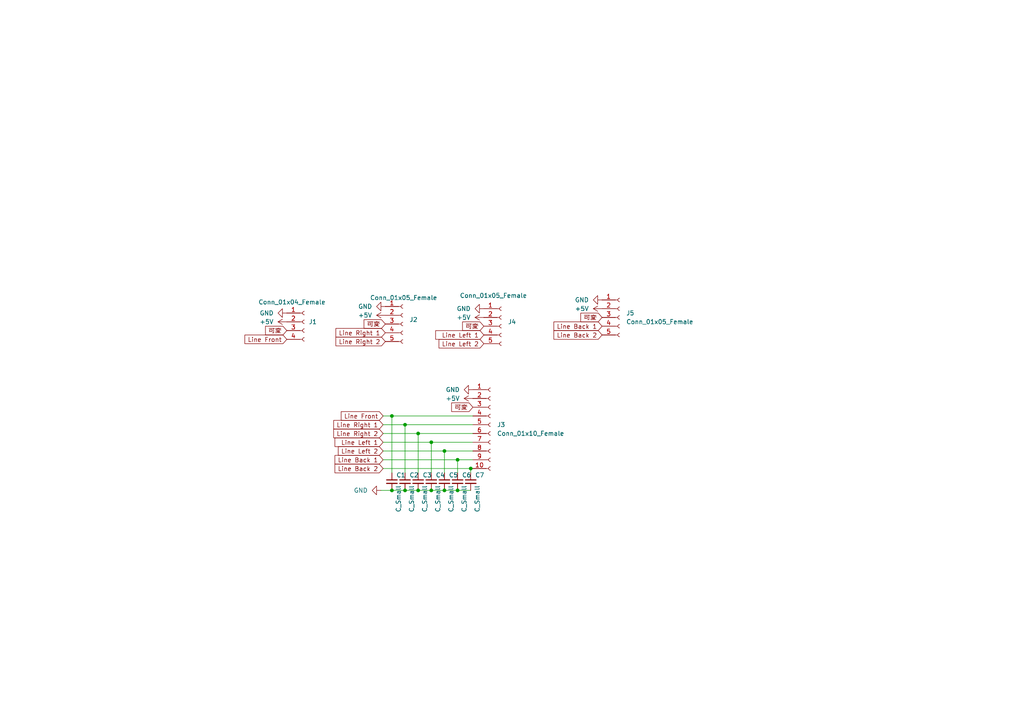
<source format=kicad_sch>
(kicad_sch (version 20211123) (generator eeschema)
  (paper "A4")
  (lib_symbols
    (symbol "Connector:Conn_01x04_Female" (pin_names (offset 1.016) hide)
      (property "Reference" "J" (at 0 5.08 0))
      (property "Value" "Conn_01x04_Female" (at 0 -7.62 0))
      (symbol "Conn_01x04_Female_1_1"
        (arc (start 0 -4.572) (mid -0.508 -5.08) (end 0 -5.588) (stroke (width 0.1524)))
        (arc (start 0 -2.032) (mid -0.508 -2.54) (end 0 -3.048) (stroke (width 0.1524)))
        (polyline (pts (xy -1.27 -5.08) (xy -0.508 -5.08)) (stroke (width 0.1524)))
        (polyline (pts (xy -1.27 -2.54) (xy -0.508 -2.54)) (stroke (width 0.1524)))
        (polyline (pts (xy -1.27 0) (xy -0.508 0)) (stroke (width 0.1524)))
        (polyline (pts (xy -1.27 2.54) (xy -0.508 2.54)) (stroke (width 0.1524)))
        (arc (start 0 0.508) (mid -0.508 0) (end 0 -0.508) (stroke (width 0.1524)))
        (arc (start 0 3.048) (mid -0.508 2.54) (end 0 2.032) (stroke (width 0.1524)))
        (pin passive line (at -5.08 2.54 0) (length 3.81) (name "Pin_1") (number "1"))
        (pin passive line (at -5.08 0 0) (length 3.81) (name "Pin_2") (number "2"))
        (pin passive line (at -5.08 -2.54 0) (length 3.81) (name "Pin_3") (number "3"))
        (pin passive line (at -5.08 -5.08 0) (length 3.81) (name "Pin_4") (number "4"))
      )
    )
    (symbol "Connector:Conn_01x05_Female" (pin_names (offset 1.016) hide)
      (property "Reference" "J" (at 0 7.62 0))
      (property "Value" "Conn_01x05_Female" (at 0 -7.62 0))
      (symbol "Conn_01x05_Female_1_1"
        (arc (start 0 -4.572) (mid -0.508 -5.08) (end 0 -5.588) (stroke (width 0.1524)))
        (arc (start 0 -2.032) (mid -0.508 -2.54) (end 0 -3.048) (stroke (width 0.1524)))
        (polyline (pts (xy -1.27 -5.08) (xy -0.508 -5.08)) (stroke (width 0.1524)))
        (polyline (pts (xy -1.27 -2.54) (xy -0.508 -2.54)) (stroke (width 0.1524)))
        (polyline (pts (xy -1.27 0) (xy -0.508 0)) (stroke (width 0.1524)))
        (polyline (pts (xy -1.27 2.54) (xy -0.508 2.54)) (stroke (width 0.1524)))
        (polyline (pts (xy -1.27 5.08) (xy -0.508 5.08)) (stroke (width 0.1524)))
        (arc (start 0 0.508) (mid -0.508 0) (end 0 -0.508) (stroke (width 0.1524)))
        (arc (start 0 3.048) (mid -0.508 2.54) (end 0 2.032) (stroke (width 0.1524)))
        (arc (start 0 5.588) (mid -0.508 5.08) (end 0 4.572) (stroke (width 0.1524)))
        (pin passive line (at -5.08 5.08 0) (length 3.81) (name "Pin_1") (number "1"))
        (pin passive line (at -5.08 2.54 0) (length 3.81) (name "Pin_2") (number "2"))
        (pin passive line (at -5.08 0 0) (length 3.81) (name "Pin_3") (number "3"))
        (pin passive line (at -5.08 -2.54 0) (length 3.81) (name "Pin_4") (number "4"))
        (pin passive line (at -5.08 -5.08 0) (length 3.81) (name "Pin_5") (number "5"))
      )
    )
    (symbol "Connector:Conn_01x10_Female" (pin_names (offset 1.016) hide)
      (property "Reference" "J" (at 0 12.7 0))
      (property "Value" "Conn_01x10_Female" (at 0 -15.24 0))
      (symbol "Conn_01x10_Female_1_1"
        (arc (start 0 -12.192) (mid -0.508 -12.7) (end 0 -13.208) (stroke (width 0.1524)))
        (arc (start 0 -9.652) (mid -0.508 -10.16) (end 0 -10.668) (stroke (width 0.1524)))
        (arc (start 0 -7.112) (mid -0.508 -7.62) (end 0 -8.128) (stroke (width 0.1524)))
        (arc (start 0 -4.572) (mid -0.508 -5.08) (end 0 -5.588) (stroke (width 0.1524)))
        (arc (start 0 -2.032) (mid -0.508 -2.54) (end 0 -3.048) (stroke (width 0.1524)))
        (polyline (pts (xy -1.27 -12.7) (xy -0.508 -12.7)) (stroke (width 0.1524)))
        (polyline (pts (xy -1.27 -10.16) (xy -0.508 -10.16)) (stroke (width 0.1524)))
        (polyline (pts (xy -1.27 -7.62) (xy -0.508 -7.62)) (stroke (width 0.1524)))
        (polyline (pts (xy -1.27 -5.08) (xy -0.508 -5.08)) (stroke (width 0.1524)))
        (polyline (pts (xy -1.27 -2.54) (xy -0.508 -2.54)) (stroke (width 0.1524)))
        (polyline (pts (xy -1.27 0) (xy -0.508 0)) (stroke (width 0.1524)))
        (polyline (pts (xy -1.27 2.54) (xy -0.508 2.54)) (stroke (width 0.1524)))
        (polyline (pts (xy -1.27 5.08) (xy -0.508 5.08)) (stroke (width 0.1524)))
        (polyline (pts (xy -1.27 7.62) (xy -0.508 7.62)) (stroke (width 0.1524)))
        (polyline (pts (xy -1.27 10.16) (xy -0.508 10.16)) (stroke (width 0.1524)))
        (arc (start 0 0.508) (mid -0.508 0) (end 0 -0.508) (stroke (width 0.1524)))
        (arc (start 0 3.048) (mid -0.508 2.54) (end 0 2.032) (stroke (width 0.1524)))
        (arc (start 0 5.588) (mid -0.508 5.08) (end 0 4.572) (stroke (width 0.1524)))
        (arc (start 0 8.128) (mid -0.508 7.62) (end 0 7.112) (stroke (width 0.1524)))
        (arc (start 0 10.668) (mid -0.508 10.16) (end 0 9.652) (stroke (width 0.1524)))
        (pin passive line (at -5.08 10.16 0) (length 3.81) (name "Pin_1") (number "1"))
        (pin passive line (at -5.08 -12.7 0) (length 3.81) (name "Pin_10") (number "10"))
        (pin passive line (at -5.08 7.62 0) (length 3.81) (name "Pin_2") (number "2"))
        (pin passive line (at -5.08 5.08 0) (length 3.81) (name "Pin_3") (number "3"))
        (pin passive line (at -5.08 2.54 0) (length 3.81) (name "Pin_4") (number "4"))
        (pin passive line (at -5.08 0 0) (length 3.81) (name "Pin_5") (number "5"))
        (pin passive line (at -5.08 -2.54 0) (length 3.81) (name "Pin_6") (number "6"))
        (pin passive line (at -5.08 -5.08 0) (length 3.81) (name "Pin_7") (number "7"))
        (pin passive line (at -5.08 -7.62 0) (length 3.81) (name "Pin_8") (number "8"))
        (pin passive line (at -5.08 -10.16 0) (length 3.81) (name "Pin_9") (number "9"))
      )
    )
    (symbol "Device:C_Small" (pin_numbers hide) (pin_names (offset 0.254) hide)
      (property "Reference" "C" (at 0.254 1.778 0))
      (property "Value" "C_Small" (at 0.254 -2.032 0))
      (symbol "C_Small_0_1"
        (polyline (pts (xy -1.524 -0.508) (xy 1.524 -0.508)) (stroke (width 0.3302)))
        (polyline (pts (xy -1.524 0.508) (xy 1.524 0.508)) (stroke (width 0.3048)))
      )
      (symbol "C_Small_1_1"
        (pin passive line (at 0 2.54 270) (length 2.032) (name "~") (number "1"))
        (pin passive line (at 0 -2.54 90) (length 2.032) (name "~") (number "2"))
      )
    )
    (symbol "power:+5V" (power) (pin_names (offset 0))
      (property "Value" "+5V" (at 0 3.556 0))
      (symbol "+5V_0_1"
        (polyline (pts (xy -0.762 1.27) (xy 0 2.54)))
        (polyline (pts (xy 0 0) (xy 0 2.54)))
        (polyline (pts (xy 0 2.54) (xy 0.762 1.27)))
      )
      (symbol "+5V_1_1"
        (pin power_in line (at 0 0 90) (length 0) hide (name "+5V") (number "1"))
      )
    )
    (symbol "power:GND" (power) (pin_names (offset 0))
      (property "Value" "GND" (at 0 -3.81 0))
      (symbol "GND_0_1"
        (polyline (pts (xy 0 0) (xy 0 -1.27) (xy 1.27 -1.27) (xy 0 -2.54) (xy -1.27 -1.27) (xy 0 -1.27)))
      )
      (symbol "GND_1_1"
        (pin power_in line (at 0 0 270) (length 0) hide (name "GND") (number "1"))
      )
    )
  )
  (junction (at 125.095 142.24))
  (junction (at 117.475 142.24))
  (junction (at 136.525 135.89))
  (junction (at 128.905 142.24))
  (junction (at 117.475 123.19))
  (junction (at 125.095 128.27))
  (junction (at 121.285 125.73))
  (junction (at 113.665 142.24))
  (junction (at 132.715 142.24))
  (junction (at 113.665 120.65))
  (junction (at 121.285 142.24))
  (junction (at 128.905 130.81))
  (junction (at 132.715 133.35))
  (wire (pts (xy 111.125 128.27) (xy 125.095 128.27)))
  (wire (pts (xy 132.715 133.35) (xy 132.715 137.16)))
  (wire (pts (xy 113.665 142.24) (xy 117.475 142.24)))
  (wire (pts (xy 111.125 130.81) (xy 128.905 130.81)))
  (wire (pts (xy 128.905 130.81) (xy 128.905 137.16)))
  (wire (pts (xy 117.475 123.19) (xy 137.16 123.19)))
  (wire (pts (xy 113.665 120.65) (xy 113.665 137.16)))
  (wire (pts (xy 110.49 142.24) (xy 113.665 142.24)))
  (wire (pts (xy 136.525 135.89) (xy 136.525 137.16)))
  (wire (pts (xy 121.285 142.24) (xy 125.095 142.24)))
  (wire (pts (xy 121.285 125.73) (xy 137.16 125.73)))
  (wire (pts (xy 128.905 130.81) (xy 137.16 130.81)))
  (wire (pts (xy 111.125 123.19) (xy 117.475 123.19)))
  (wire (pts (xy 117.475 123.19) (xy 117.475 137.16)))
  (wire (pts (xy 111.125 120.65) (xy 113.665 120.65)))
  (wire (pts (xy 121.285 125.73) (xy 121.285 137.16)))
  (wire (pts (xy 113.665 120.65) (xy 137.16 120.65)))
  (wire (pts (xy 132.715 133.35) (xy 137.16 133.35)))
  (wire (pts (xy 111.125 125.73) (xy 121.285 125.73)))
  (wire (pts (xy 125.095 128.27) (xy 137.16 128.27)))
  (wire (pts (xy 125.095 142.24) (xy 128.905 142.24)))
  (wire (pts (xy 111.125 133.35) (xy 132.715 133.35)))
  (wire (pts (xy 136.525 135.89) (xy 137.16 135.89)))
  (wire (pts (xy 125.095 128.27) (xy 125.095 137.16)))
  (wire (pts (xy 111.125 135.89) (xy 136.525 135.89)))
  (wire (pts (xy 132.715 142.24) (xy 136.525 142.24)))
  (wire (pts (xy 128.905 142.24) (xy 132.715 142.24)))
  (wire (pts (xy 117.475 142.24) (xy 121.285 142.24)))
  (global_label "可変" (shape input) (at 140.335 94.615 180) (property "Intersheet References" "${INTERSHEET_REFS}" (effects hide)))
  (global_label "Line Back 1" (shape input) (at 111.125 133.35 180) (property "Intersheet References" "${INTERSHEET_REFS}" (effects hide)))
  (global_label "Line Right 1" (shape input) (at 111.125 123.19 180) (property "Intersheet References" "${INTERSHEET_REFS}" (effects hide)))
  (global_label "可変" (shape input) (at 137.16 118.11 180) (property "Intersheet References" "${INTERSHEET_REFS}" (effects hide)))
  (global_label "Line Right 2" (shape input) (at 111.76 99.06 180) (property "Intersheet References" "${INTERSHEET_REFS}" (effects hide)))
  (global_label " Line Left 1" (shape input) (at 140.335 97.155 180) (property "Intersheet References" "${INTERSHEET_REFS}" (effects hide)))
  (global_label "可変" (shape input) (at 83.185 95.885 180) (property "Intersheet References" "${INTERSHEET_REFS}" (effects hide)))
  (global_label "可変" (shape input) (at 111.76 93.98 180) (property "Intersheet References" "${INTERSHEET_REFS}" (effects hide)))
  (global_label "Line Front" (shape input) (at 111.125 120.65 180) (property "Intersheet References" "${INTERSHEET_REFS}" (effects hide)))
  (global_label "Line Back 2" (shape input) (at 174.625 97.155 180) (property "Intersheet References" "${INTERSHEET_REFS}" (effects hide)))
  (global_label " Line Left 1" (shape input) (at 111.125 128.27 180) (property "Intersheet References" "${INTERSHEET_REFS}" (effects hide)))
  (global_label "Line Front" (shape input) (at 83.185 98.425 180) (property "Intersheet References" "${INTERSHEET_REFS}" (effects hide)))
  (global_label "Line Back 1" (shape input) (at 174.625 94.615 180) (property "Intersheet References" "${INTERSHEET_REFS}" (effects hide)))
  (global_label "Line Back 2" (shape input) (at 111.125 135.89 180) (property "Intersheet References" "${INTERSHEET_REFS}" (effects hide)))
  (global_label "Line Right 2" (shape input) (at 111.125 125.73 180) (property "Intersheet References" "${INTERSHEET_REFS}" (effects hide)))
  (global_label "Line Left 2" (shape input) (at 111.125 130.81 180) (property "Intersheet References" "${INTERSHEET_REFS}" (effects hide)))
  (global_label "Line Left 2" (shape input) (at 140.335 99.695 180) (property "Intersheet References" "${INTERSHEET_REFS}" (effects hide)))
  (global_label "Line Right 1" (shape input) (at 111.76 96.52 180) (property "Intersheet References" "${INTERSHEET_REFS}" (effects hide)))
  (global_label "可変" (shape input) (at 174.625 92.075 180) (property "Intersheet References" "${INTERSHEET_REFS}" (effects hide)))
  (symbol (lib_id "Connector:Conn_01x04_Female") (at 88.265 93.345 0) (unit 1)
    (property "Reference" "J1" (at 89.535 93.3449 0) (effects (justify left)))
    (property "Value" "Conn_01x04_Female" (at 74.93 87.63 0) (effects (justify left)))
    (property "Footprint" "Connector_PinSocket_2.54mm:PinSocket_1x04_P2.54mm_Horizontal" (effects hide))
  )
  (symbol (lib_id "Connector:Conn_01x05_Female") (at 179.705 92.075 0) (unit 1)
    (property "Reference" "J5" (at 181.61 90.8049 0) (effects (justify left)))
    (property "Value" "Conn_01x05_Female" (at 181.61 93.3449 0) (effects (justify left)))
    (property "Footprint" "Connector_PinSocket_2.54mm:PinSocket_1x05_P2.54mm_Horizontal" (effects hide))
  )
  (symbol (lib_id "Device:C_Small") (at 128.905 139.7 0) (unit 1)
    (property "Reference" "C5" (at 130.175 137.795 0) (effects (justify left)))
    (property "Value" "C_Small" (at 130.81 148.59 90) (effects (justify left)))
    (property "Footprint" "Capacitor_THT:C_Disc_D3.0mm_W1.6mm_P2.50mm" (effects hide))
  )
  (symbol (lib_id "Connector:Conn_01x05_Female") (at 116.84 93.98 0) (unit 1)
    (property "Reference" "J2" (at 118.745 92.7099 0) (effects (justify left)))
    (property "Value" "Conn_01x05_Female" (at 107.315 86.36 0) (effects (justify left)))
    (property "Footprint" "Connector_PinSocket_2.54mm:PinSocket_1x05_P2.54mm_Horizontal" (effects hide))
  )
  (symbol (lib_id "power:+5V") (at 111.76 91.44 90) (unit 1)
    (property "Reference" "#PWR04" (effects hide))
    (property "Value" "+5V" (at 107.95 91.4399 90) (effects (justify left)))
  )
  (symbol (lib_id "Device:C_Small") (at 121.285 139.7 0) (unit 1)
    (property "Reference" "C3" (at 122.555 137.795 0) (effects (justify left)))
    (property "Value" "C_Small" (at 123.19 148.59 90) (effects (justify left)))
    (property "Footprint" "Capacitor_THT:C_Disc_D3.0mm_W1.6mm_P2.50mm" (effects hide))
  )
  (symbol (lib_id "power:GND") (at 110.49 142.24 270) (unit 1)
    (property "Reference" "#PWR011" (effects hide))
    (property "Value" "GND" (at 106.68 142.2399 90) (effects (justify right)))
  )
  (symbol (lib_id "Device:C_Small") (at 132.715 139.7 0) (unit 1)
    (property "Reference" "C6" (at 133.985 137.795 0) (effects (justify left)))
    (property "Value" "C_Small" (at 134.62 148.59 90) (effects (justify left)))
    (property "Footprint" "Capacitor_THT:C_Disc_D3.0mm_W1.6mm_P2.50mm" (effects hide))
  )
  (symbol (lib_id "power:+5V") (at 140.335 92.075 90) (unit 1)
    (property "Reference" "#PWR08" (effects hide))
    (property "Value" "+5V" (at 136.525 92.0749 90) (effects (justify left)))
  )
  (symbol (lib_id "power:+5V") (at 83.185 93.345 90) (unit 1)
    (property "Reference" "#PWR02" (effects hide))
    (property "Value" "+5V" (at 79.375 93.3449 90) (effects (justify left)))
  )
  (symbol (lib_id "Connector:Conn_01x05_Female") (at 145.415 94.615 0) (unit 1)
    (property "Reference" "J4" (at 147.32 93.3449 0) (effects (justify left)))
    (property "Value" "Conn_01x05_Female" (at 133.35 85.725 0) (effects (justify left)))
    (property "Footprint" "Connector_PinSocket_2.54mm:PinSocket_1x05_P2.54mm_Horizontal" (effects hide))
  )
  (symbol (lib_id "power:+5V") (at 174.625 89.535 90) (unit 1)
    (property "Reference" "#PWR010" (effects hide))
    (property "Value" "+5V" (at 170.815 89.5349 90) (effects (justify left)))
  )
  (symbol (lib_id "Connector:Conn_01x10_Female") (at 142.24 123.19 0) (unit 1)
    (property "Reference" "J3" (at 144.145 123.1899 0) (effects (justify left)))
    (property "Value" "Conn_01x10_Female" (at 144.145 125.7299 0) (effects (justify left)))
    (property "Footprint" "Connector_JST:JST_XH_B10B-XH-A_1x10_P2.50mm_Vertical" (effects hide))
  )
  (symbol (lib_id "power:GND") (at 174.625 86.995 270) (unit 1)
    (property "Reference" "#PWR09" (effects hide))
    (property "Value" "GND" (at 170.815 86.9949 90) (effects (justify right)))
  )
  (symbol (lib_id "Device:C_Small") (at 125.095 139.7 0) (unit 1)
    (property "Reference" "C4" (at 126.365 137.795 0) (effects (justify left)))
    (property "Value" "C_Small" (at 127 148.59 90) (effects (justify left)))
    (property "Footprint" "Capacitor_THT:C_Disc_D3.0mm_W1.6mm_P2.50mm" (effects hide))
  )
  (symbol (lib_id "power:GND") (at 140.335 89.535 270) (unit 1)
    (property "Reference" "#PWR07" (effects hide))
    (property "Value" "GND" (at 136.525 89.5349 90) (effects (justify right)))
  )
  (symbol (lib_id "power:+5V") (at 137.16 115.57 90) (unit 1)
    (property "Reference" "#PWR06" (effects hide))
    (property "Value" "+5V" (at 133.35 115.5699 90) (effects (justify left)))
  )
  (symbol (lib_id "power:GND") (at 111.76 88.9 270) (unit 1)
    (property "Reference" "#PWR03" (effects hide))
    (property "Value" "GND" (at 107.95 88.8999 90) (effects (justify right)))
  )
  (symbol (lib_id "Device:C_Small") (at 136.525 139.7 0) (unit 1)
    (property "Reference" "C7" (at 137.795 137.795 0) (effects (justify left)))
    (property "Value" "C_Small" (at 138.43 148.59 90) (effects (justify left)))
    (property "Footprint" "Capacitor_THT:C_Disc_D3.0mm_W1.6mm_P2.50mm" (effects hide))
  )
  (symbol (lib_id "power:GND") (at 137.16 113.03 270) (unit 1)
    (property "Reference" "#PWR05" (effects hide))
    (property "Value" "GND" (at 133.35 113.0299 90) (effects (justify right)))
  )
  (symbol (lib_id "Device:C_Small") (at 113.665 139.7 0) (unit 1)
    (property "Reference" "C1" (at 114.935 137.795 0) (effects (justify left)))
    (property "Value" "C_Small" (at 115.57 148.59 90) (effects (justify left)))
    (property "Footprint" "Capacitor_THT:C_Disc_D3.0mm_W1.6mm_P2.50mm" (effects hide))
  )
  (symbol (lib_id "Device:C_Small") (at 117.475 139.7 0) (unit 1)
    (property "Reference" "C2" (at 118.745 137.795 0) (effects (justify left)))
    (property "Value" "C_Small" (at 119.38 148.59 90) (effects (justify left)))
    (property "Footprint" "Capacitor_THT:C_Disc_D3.0mm_W1.6mm_P2.50mm" (effects hide))
  )
  (symbol (lib_id "power:GND") (at 83.185 90.805 270) (unit 1)
    (property "Reference" "#PWR01" (effects hide))
    (property "Value" "GND" (at 79.375 90.8049 90) (effects (justify right)))
  )
)
</source>
